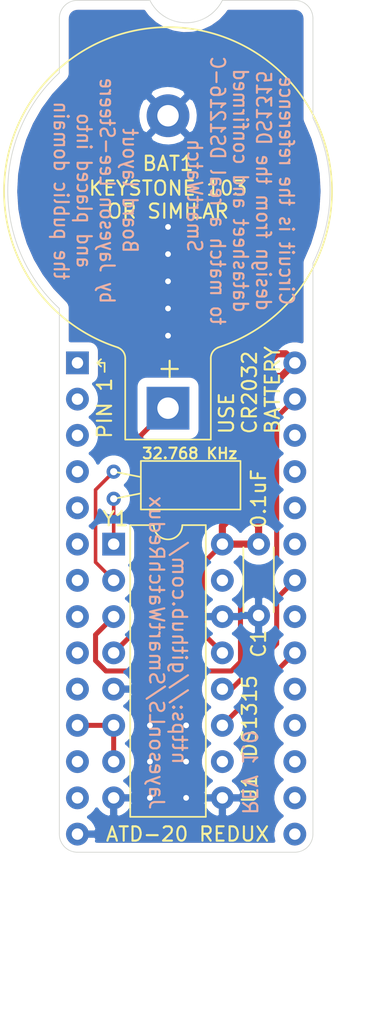
<source format=kicad_pcb>
(kicad_pcb (version 20171130) (host pcbnew "(5.1.7)-1")

  (general
    (thickness 1.6)
    (drawings 28)
    (tracks 93)
    (zones 0)
    (modules 5)
    (nets 34)
  )

  (page A4)
  (layers
    (0 F.Cu signal)
    (31 B.Cu signal)
    (32 B.Adhes user)
    (33 F.Adhes user)
    (34 B.Paste user)
    (35 F.Paste user)
    (36 B.SilkS user)
    (37 F.SilkS user)
    (38 B.Mask user)
    (39 F.Mask user)
    (40 Dwgs.User user)
    (41 Cmts.User user)
    (42 Eco1.User user)
    (43 Eco2.User user)
    (44 Edge.Cuts user)
    (45 Margin user)
    (46 B.CrtYd user)
    (47 F.CrtYd user)
    (48 B.Fab user)
    (49 F.Fab user)
  )

  (setup
    (last_trace_width 0.35)
    (user_trace_width 0.25)
    (user_trace_width 0.35)
    (user_trace_width 0.5)
    (user_trace_width 1)
    (trace_clearance 0.25)
    (zone_clearance 0.635)
    (zone_45_only no)
    (trace_min 0.2)
    (via_size 0.8)
    (via_drill 0.4)
    (via_min_size 0.4)
    (via_min_drill 0.3)
    (uvia_size 0.3)
    (uvia_drill 0.1)
    (uvias_allowed no)
    (uvia_min_size 0.2)
    (uvia_min_drill 0.1)
    (edge_width 0.05)
    (segment_width 0.2)
    (pcb_text_width 0.3)
    (pcb_text_size 1.5 1.5)
    (mod_edge_width 0.12)
    (mod_text_size 1 1)
    (mod_text_width 0.15)
    (pad_size 1.6 1.6)
    (pad_drill 0.8)
    (pad_to_mask_clearance 0)
    (aux_axis_origin 0 0)
    (visible_elements 7FFFFFFF)
    (pcbplotparams
      (layerselection 0x010f0_ffffffff)
      (usegerberextensions true)
      (usegerberattributes true)
      (usegerberadvancedattributes true)
      (creategerberjobfile false)
      (excludeedgelayer true)
      (linewidth 0.100000)
      (plotframeref false)
      (viasonmask false)
      (mode 1)
      (useauxorigin false)
      (hpglpennumber 1)
      (hpglpenspeed 20)
      (hpglpendiameter 15.000000)
      (psnegative false)
      (psa4output false)
      (plotreference true)
      (plotvalue true)
      (plotinvisibletext false)
      (padsonsilk true)
      (subtractmaskfromsilk false)
      (outputformat 1)
      (mirror false)
      (drillshape 0)
      (scaleselection 1)
      (outputdirectory "Gerber"))
  )

  (net 0 "")
  (net 1 "Net-(BAT1-Pad1)")
  (net 2 GND)
  (net 3 VCC)
  (net 4 /XTAL2)
  (net 5 /XTAL1)
  (net 6 /~IOW)
  (net 7 "Net-(J1-Pad13)")
  (net 8 "Net-(J1-Pad26)")
  (net 9 "Net-(J1-Pad12)")
  (net 10 "Net-(J1-Pad25)")
  (net 11 /D0)
  (net 12 "Net-(J1-Pad24)")
  (net 13 "Net-(J1-Pad10)")
  (net 14 "Net-(J1-Pad23)")
  (net 15 "Net-(J1-Pad9)")
  (net 16 /~IOR)
  (net 17 "Net-(J1-Pad8)")
  (net 18 "Net-(J1-Pad21)")
  (net 19 "Net-(J1-Pad7)")
  (net 20 /~CS_RTC)
  (net 21 "Net-(J1-Pad6)")
  (net 22 "Net-(J1-Pad19)")
  (net 23 "Net-(J1-Pad5)")
  (net 24 "Net-(J1-Pad18)")
  (net 25 "Net-(J1-Pad4)")
  (net 26 "Net-(J1-Pad17)")
  (net 27 "Net-(J1-Pad3)")
  (net 28 "Net-(J1-Pad16)")
  (net 29 "Net-(J1-Pad2)")
  (net 30 "Net-(J1-Pad15)")
  (net 31 "Net-(J1-Pad1)")
  (net 32 "Net-(U1-Pad15)")
  (net 33 "Net-(U1-Pad10)")

  (net_class Default "This is the default net class."
    (clearance 0.25)
    (trace_width 0.35)
    (via_dia 0.8)
    (via_drill 0.4)
    (uvia_dia 0.3)
    (uvia_drill 0.1)
    (add_net /D0)
    (add_net /~CS_RTC)
    (add_net /~IOR)
    (add_net /~IOW)
    (add_net "Net-(BAT1-Pad1)")
    (add_net "Net-(J1-Pad1)")
    (add_net "Net-(J1-Pad10)")
    (add_net "Net-(J1-Pad12)")
    (add_net "Net-(J1-Pad13)")
    (add_net "Net-(J1-Pad15)")
    (add_net "Net-(J1-Pad16)")
    (add_net "Net-(J1-Pad17)")
    (add_net "Net-(J1-Pad18)")
    (add_net "Net-(J1-Pad19)")
    (add_net "Net-(J1-Pad2)")
    (add_net "Net-(J1-Pad21)")
    (add_net "Net-(J1-Pad23)")
    (add_net "Net-(J1-Pad24)")
    (add_net "Net-(J1-Pad25)")
    (add_net "Net-(J1-Pad26)")
    (add_net "Net-(J1-Pad3)")
    (add_net "Net-(J1-Pad4)")
    (add_net "Net-(J1-Pad5)")
    (add_net "Net-(J1-Pad6)")
    (add_net "Net-(J1-Pad7)")
    (add_net "Net-(J1-Pad8)")
    (add_net "Net-(J1-Pad9)")
    (add_net "Net-(U1-Pad10)")
    (add_net "Net-(U1-Pad15)")
  )

  (net_class Crystal ""
    (clearance 0.25)
    (trace_width 0.25)
    (via_dia 0.8)
    (via_drill 0.4)
    (uvia_dia 0.3)
    (uvia_drill 0.1)
    (add_net /XTAL1)
    (add_net /XTAL2)
  )

  (net_class Power ""
    (clearance 0.25)
    (trace_width 0.5)
    (via_dia 0.8)
    (via_drill 0.4)
    (uvia_dia 0.3)
    (uvia_drill 0.1)
    (add_net GND)
    (add_net VCC)
  )

  (module Battery:BatteryHolder_Keystone_103_1x20mm (layer F.Cu) (tedit 5787C32C) (tstamp 606806C1)
    (at 117.475 60.325 90)
    (descr http://www.keyelco.com/product-pdf.cfm?p=719)
    (tags "Keystone type 103 battery holder")
    (path /602E2795)
    (fp_text reference BAT1 (at 17.145 0 180) (layer F.SilkS)
      (effects (font (size 1 1) (thickness 0.15)))
    )
    (fp_text value CR2032 (at 12.7 0 90) (layer F.Fab)
      (effects (font (size 1 1) (thickness 0.15)))
    )
    (fp_line (start 0 -1.3) (end 0 1.3) (layer F.Fab) (width 0.1))
    (fp_line (start 16.2 -1.3) (end 0 -1.3) (layer F.Fab) (width 0.1))
    (fp_line (start 0 1.3) (end 16.2 1.3) (layer F.Fab) (width 0.1))
    (fp_line (start -2.1 -2.5) (end -2.1 2.5) (layer F.Fab) (width 0.1))
    (fp_line (start -1.7 2.9) (end 3.5306 2.9) (layer F.Fab) (width 0.1))
    (fp_line (start 3.5306 -2.9) (end -1.7 -2.9) (layer F.Fab) (width 0.1))
    (fp_line (start 23.5712 -7.7216) (end 22.6314 -6.858) (layer F.Fab) (width 0.1))
    (fp_line (start 23.5712 7.7216) (end 22.6568 6.8834) (layer F.Fab) (width 0.1))
    (fp_line (start -2.2 3) (end 3.5 3) (layer F.SilkS) (width 0.12))
    (fp_line (start -2.2 3) (end -2.2 -3) (layer F.SilkS) (width 0.12))
    (fp_line (start -2.2 -3) (end 3.5 -3) (layer F.SilkS) (width 0.12))
    (fp_line (start -2.45 3.25) (end -2.45 -3.25) (layer F.CrtYd) (width 0.05))
    (fp_line (start -2.45 3.25) (end 3.5 3.25) (layer F.CrtYd) (width 0.05))
    (fp_line (start -2.45 -3.25) (end 3.5 -3.25) (layer F.CrtYd) (width 0.05))
    (fp_arc (start -1.7 -2.5) (end -2.1 -2.5) (angle 90) (layer F.Fab) (width 0.1))
    (fp_arc (start -1.7 2.5) (end -2.1 2.5) (angle -90) (layer F.Fab) (width 0.1))
    (fp_arc (start 16.2 0) (end 16.2 -1.3) (angle 180) (layer F.Fab) (width 0.1))
    (fp_arc (start 3.5 -3.8) (end 3.5 -2.9) (angle -70) (layer F.Fab) (width 0.1))
    (fp_arc (start 15.2 0) (end 5.2 -1.3) (angle 180) (layer F.Fab) (width 0.1))
    (fp_arc (start 15.2 0) (end 9 -1.3) (angle 170) (layer F.Fab) (width 0.1))
    (fp_arc (start 15.2 0) (end 13.3 -1.3) (angle 150) (layer F.Fab) (width 0.1))
    (fp_arc (start 15.2 0) (end 13.3 1.3) (angle -150) (layer F.Fab) (width 0.1))
    (fp_arc (start 15.2 0) (end 9 1.3) (angle -170) (layer F.Fab) (width 0.1))
    (fp_arc (start 15.2 0) (end 5.2 1.3) (angle -180) (layer F.Fab) (width 0.1))
    (fp_arc (start 15.2 0) (end 4.35 -3.5) (angle 162.5) (layer F.Fab) (width 0.1))
    (fp_arc (start 15.2 0) (end 4.35 3.5) (angle -162.5) (layer F.Fab) (width 0.1))
    (fp_arc (start 3.5 3.8) (end 3.5 2.9) (angle 70) (layer F.Fab) (width 0.1))
    (fp_arc (start 3.5 -3.8) (end 3.5 -3) (angle -70) (layer F.SilkS) (width 0.12))
    (fp_arc (start 15.2 0) (end 4.25 -3.5) (angle 162.5) (layer F.SilkS) (width 0.12))
    (fp_arc (start 3.5 3.8) (end 3.5 3) (angle 70) (layer F.SilkS) (width 0.12))
    (fp_arc (start 15.2 0) (end 4.25 3.5) (angle -162.5) (layer F.SilkS) (width 0.12))
    (fp_arc (start 3.5 -3.8) (end 3.5 -3.25) (angle -70) (layer F.CrtYd) (width 0.05))
    (fp_arc (start 3.5 3.8) (end 3.5 3.25) (angle 70) (layer F.CrtYd) (width 0.05))
    (fp_arc (start 15.2 0) (end 4.01 -3.6) (angle 162.5) (layer F.CrtYd) (width 0.05))
    (fp_arc (start 15.2 0) (end 4.01 3.6) (angle -162.5) (layer F.CrtYd) (width 0.05))
    (fp_text user %R (at 0 0 90) (layer F.Fab)
      (effects (font (size 1 1) (thickness 0.15)))
    )
    (fp_text user + (at 2.75 0 90) (layer F.SilkS)
      (effects (font (size 1.5 1.5) (thickness 0.15)))
    )
    (pad 1 thru_hole rect (at 0 0 90) (size 3 3) (drill 1.5) (layers *.Cu *.Mask)
      (net 1 "Net-(BAT1-Pad1)"))
    (pad 2 thru_hole circle (at 20.49 0 90) (size 3 3) (drill 1.5) (layers *.Cu *.Mask)
      (net 2 GND))
    (model ${KISYS3DMOD}/Battery.3dshapes/BatteryHolder_Keystone_103_1x20mm.wrl
      (at (xyz 0 0 0))
      (scale (xyz 1 1 1))
      (rotate (xyz 0 0 0))
    )
  )

  (module Package_DIP:DIP-28_W15.24mm_Socket (layer F.Cu) (tedit 6048D02C) (tstamp 60680230)
    (at 111.125 57.15)
    (descr "28-lead though-hole mounted DIP package, row spacing 15.24 mm (600 mils), Socket")
    (tags "THT DIP DIL PDIP 2.54mm 15.24mm 600mil Socket")
    (path /60497360)
    (fp_text reference J1 (at 0 -2.54) (layer Eco1.User)
      (effects (font (size 1 1) (thickness 0.15)))
    )
    (fp_text value "RTC Pins" (at 7.62 35.35) (layer F.Fab)
      (effects (font (size 1 1) (thickness 0.15)))
    )
    (fp_text user %R (at -2.54 -2.54) (layer F.Fab)
      (effects (font (size 1 1) (thickness 0.15)))
    )
    (pad 28 thru_hole oval (at 15.24 0) (size 1.6 1.6) (drill 0.8) (layers *.Cu *.Mask)
      (net 3 VCC))
    (pad 14 thru_hole oval (at 0 33.02) (size 1.6 1.6) (drill 0.8) (layers *.Cu *.Mask)
      (net 2 GND))
    (pad 27 thru_hole oval (at 15.24 2.54) (size 1.6 1.6) (drill 0.8) (layers *.Cu *.Mask)
      (net 6 /~IOW))
    (pad 13 thru_hole oval (at 0 30.48) (size 1.6 1.6) (drill 0.8) (layers *.Cu *.Mask)
      (net 7 "Net-(J1-Pad13)"))
    (pad 26 thru_hole oval (at 15.24 5.08) (size 1.6 1.6) (drill 0.8) (layers *.Cu *.Mask)
      (net 8 "Net-(J1-Pad26)"))
    (pad 12 thru_hole oval (at 0 27.94) (size 1.6 1.6) (drill 0.8) (layers *.Cu *.Mask)
      (net 9 "Net-(J1-Pad12)"))
    (pad 25 thru_hole oval (at 15.24 7.62) (size 1.6 1.6) (drill 0.8) (layers *.Cu *.Mask)
      (net 10 "Net-(J1-Pad25)"))
    (pad 11 thru_hole oval (at 0 25.4) (size 1.6 1.6) (drill 0.8) (layers *.Cu *.Mask)
      (net 11 /D0))
    (pad 24 thru_hole oval (at 15.24 10.16) (size 1.6 1.6) (drill 0.8) (layers *.Cu *.Mask)
      (net 12 "Net-(J1-Pad24)"))
    (pad 10 thru_hole oval (at 0 22.86) (size 1.6 1.6) (drill 0.8) (layers *.Cu *.Mask)
      (net 13 "Net-(J1-Pad10)"))
    (pad 23 thru_hole oval (at 15.24 12.7) (size 1.6 1.6) (drill 0.8) (layers *.Cu *.Mask)
      (net 14 "Net-(J1-Pad23)"))
    (pad 9 thru_hole oval (at 0 20.32) (size 1.6 1.6) (drill 0.8) (layers *.Cu *.Mask)
      (net 15 "Net-(J1-Pad9)"))
    (pad 22 thru_hole oval (at 15.24 15.24) (size 1.6 1.6) (drill 0.8) (layers *.Cu *.Mask)
      (net 16 /~IOR))
    (pad 8 thru_hole oval (at 0 17.78) (size 1.6 1.6) (drill 0.8) (layers *.Cu *.Mask)
      (net 17 "Net-(J1-Pad8)"))
    (pad 21 thru_hole oval (at 15.24 17.78) (size 1.6 1.6) (drill 0.8) (layers *.Cu *.Mask)
      (net 18 "Net-(J1-Pad21)"))
    (pad 7 thru_hole oval (at 0 15.24) (size 1.6 1.6) (drill 0.8) (layers *.Cu *.Mask)
      (net 19 "Net-(J1-Pad7)"))
    (pad 20 thru_hole oval (at 15.24 20.32) (size 1.6 1.6) (drill 0.8) (layers *.Cu *.Mask)
      (net 20 /~CS_RTC))
    (pad 6 thru_hole oval (at 0 12.7) (size 1.6 1.6) (drill 0.8) (layers *.Cu *.Mask)
      (net 21 "Net-(J1-Pad6)"))
    (pad 19 thru_hole oval (at 15.24 22.86) (size 1.6 1.6) (drill 0.8) (layers *.Cu *.Mask)
      (net 22 "Net-(J1-Pad19)"))
    (pad 5 thru_hole oval (at 0 10.16) (size 1.6 1.6) (drill 0.8) (layers *.Cu *.Mask)
      (net 23 "Net-(J1-Pad5)"))
    (pad 18 thru_hole oval (at 15.24 25.4) (size 1.6 1.6) (drill 0.8) (layers *.Cu *.Mask)
      (net 24 "Net-(J1-Pad18)"))
    (pad 4 thru_hole oval (at 0 7.62) (size 1.6 1.6) (drill 0.8) (layers *.Cu *.Mask)
      (net 25 "Net-(J1-Pad4)"))
    (pad 17 thru_hole oval (at 15.24 27.94) (size 1.6 1.6) (drill 0.8) (layers *.Cu *.Mask)
      (net 26 "Net-(J1-Pad17)"))
    (pad 3 thru_hole oval (at 0 5.08) (size 1.6 1.6) (drill 0.8) (layers *.Cu *.Mask)
      (net 27 "Net-(J1-Pad3)"))
    (pad 16 thru_hole oval (at 15.24 30.48) (size 1.6 1.6) (drill 0.8) (layers *.Cu *.Mask)
      (net 28 "Net-(J1-Pad16)"))
    (pad 2 thru_hole oval (at 0 2.54) (size 1.6 1.6) (drill 0.8) (layers *.Cu *.Mask)
      (net 29 "Net-(J1-Pad2)"))
    (pad 15 thru_hole oval (at 15.24 33.02) (size 1.6 1.6) (drill 0.8) (layers *.Cu *.Mask)
      (net 30 "Net-(J1-Pad15)"))
    (pad 1 thru_hole rect (at 0 0) (size 1.6 1.6) (drill 0.8) (layers *.Cu *.Mask)
      (net 31 "Net-(J1-Pad1)"))
    (model ${KISYS3DMOD}/Connector_PinHeader_2.54mm.3dshapes/PinHeader_1x14_P2.54mm_Vertical.wrl
      (offset (xyz 0 0 -1.6))
      (scale (xyz 1 1 1))
      (rotate (xyz 0 180 0))
    )
    (model ${KISYS3DMOD}/Connector_PinHeader_2.54mm.3dshapes/PinHeader_1x14_P2.54mm_Vertical.wrl
      (offset (xyz 15.24 0 -1.6))
      (scale (xyz 1 1 1))
      (rotate (xyz 0 180 0))
    )
  )

  (module Capacitor_THT:C_Disc_D4.3mm_W1.9mm_P5.00mm (layer F.Cu) (tedit 6048D7AB) (tstamp 6048F806)
    (at 123.825 69.85 270)
    (descr "C, Disc series, Radial, pin pitch=5.00mm, , diameter*width=4.3*1.9mm^2, Capacitor, http://www.vishay.com/docs/45233/krseries.pdf")
    (tags "C Disc series Radial pin pitch 5.00mm  diameter 4.3mm width 1.9mm Capacitor")
    (path /603370E2)
    (fp_text reference C1 (at 6.985 0 90) (layer F.SilkS)
      (effects (font (size 1 1) (thickness 0.15)))
    )
    (fp_text value 0.1uF (at -3.175 0 90) (layer F.SilkS)
      (effects (font (size 1 1) (thickness 0.15)))
    )
    (fp_line (start 6.05 -1.2) (end -1.05 -1.2) (layer F.CrtYd) (width 0.05))
    (fp_line (start 6.05 1.2) (end 6.05 -1.2) (layer F.CrtYd) (width 0.05))
    (fp_line (start -1.05 1.2) (end 6.05 1.2) (layer F.CrtYd) (width 0.05))
    (fp_line (start -1.05 -1.2) (end -1.05 1.2) (layer F.CrtYd) (width 0.05))
    (fp_line (start 4.77 1.055) (end 4.77 1.07) (layer F.SilkS) (width 0.12))
    (fp_line (start 4.77 -1.07) (end 4.77 -1.055) (layer F.SilkS) (width 0.12))
    (fp_line (start 0.23 1.055) (end 0.23 1.07) (layer F.SilkS) (width 0.12))
    (fp_line (start 0.23 -1.07) (end 0.23 -1.055) (layer F.SilkS) (width 0.12))
    (fp_line (start 0.23 1.07) (end 4.77 1.07) (layer F.SilkS) (width 0.12))
    (fp_line (start 0.23 -1.07) (end 4.77 -1.07) (layer F.SilkS) (width 0.12))
    (fp_line (start 4.65 -0.95) (end 0.35 -0.95) (layer F.Fab) (width 0.1))
    (fp_line (start 4.65 0.95) (end 4.65 -0.95) (layer F.Fab) (width 0.1))
    (fp_line (start 0.35 0.95) (end 4.65 0.95) (layer F.Fab) (width 0.1))
    (fp_line (start 0.35 -0.95) (end 0.35 0.95) (layer F.Fab) (width 0.1))
    (fp_text user %R (at 2.5 0 90) (layer F.Fab)
      (effects (font (size 0.86 0.86) (thickness 0.129)))
    )
    (pad 2 thru_hole oval (at 5 0 270) (size 1.6 1.6) (drill 0.8) (layers *.Cu *.Mask)
      (net 2 GND))
    (pad 1 thru_hole circle (at 0 0 270) (size 1.6 1.6) (drill 0.8) (layers *.Cu *.Mask)
      (net 3 VCC))
    (model ${KISYS3DMOD}/Capacitor_THT.3dshapes/C_Disc_D4.3mm_W1.9mm_P5.00mm.wrl
      (at (xyz 0 0 0))
      (scale (xyz 1 1 1))
      (rotate (xyz 0 0 0))
    )
  )

  (module Package_DIP:DIP-16_W7.62mm (layer F.Cu) (tedit 5A02E8C5) (tstamp 602B19A6)
    (at 113.665 69.85)
    (descr "16-lead though-hole mounted DIP package, row spacing 7.62 mm (300 mils)")
    (tags "THT DIP DIL PDIP 2.54mm 7.62mm 300mil")
    (path /602D5EFC)
    (fp_text reference U1 (at 9.525 17.145 90) (layer F.SilkS)
      (effects (font (size 1 1) (thickness 0.15)))
    )
    (fp_text value DS1315 (at 9.525 12.065 90) (layer F.SilkS)
      (effects (font (size 1 1) (thickness 0.15)))
    )
    (fp_line (start 8.7 -1.55) (end -1.1 -1.55) (layer F.CrtYd) (width 0.05))
    (fp_line (start 8.7 19.3) (end 8.7 -1.55) (layer F.CrtYd) (width 0.05))
    (fp_line (start -1.1 19.3) (end 8.7 19.3) (layer F.CrtYd) (width 0.05))
    (fp_line (start -1.1 -1.55) (end -1.1 19.3) (layer F.CrtYd) (width 0.05))
    (fp_line (start 6.46 -1.33) (end 4.81 -1.33) (layer F.SilkS) (width 0.12))
    (fp_line (start 6.46 19.11) (end 6.46 -1.33) (layer F.SilkS) (width 0.12))
    (fp_line (start 1.16 19.11) (end 6.46 19.11) (layer F.SilkS) (width 0.12))
    (fp_line (start 1.16 -1.33) (end 1.16 19.11) (layer F.SilkS) (width 0.12))
    (fp_line (start 2.81 -1.33) (end 1.16 -1.33) (layer F.SilkS) (width 0.12))
    (fp_line (start 0.635 -0.27) (end 1.635 -1.27) (layer F.Fab) (width 0.1))
    (fp_line (start 0.635 19.05) (end 0.635 -0.27) (layer F.Fab) (width 0.1))
    (fp_line (start 6.985 19.05) (end 0.635 19.05) (layer F.Fab) (width 0.1))
    (fp_line (start 6.985 -1.27) (end 6.985 19.05) (layer F.Fab) (width 0.1))
    (fp_line (start 1.635 -1.27) (end 6.985 -1.27) (layer F.Fab) (width 0.1))
    (fp_text user %R (at 3.81 8.89) (layer F.Fab)
      (effects (font (size 1 1) (thickness 0.15)))
    )
    (fp_arc (start 3.81 -1.33) (end 2.81 -1.33) (angle -180) (layer F.SilkS) (width 0.12))
    (pad 16 thru_hole oval (at 7.62 0) (size 1.6 1.6) (drill 0.8) (layers *.Cu *.Mask)
      (net 3 VCC))
    (pad 8 thru_hole oval (at 0 17.78) (size 1.6 1.6) (drill 0.8) (layers *.Cu *.Mask)
      (net 2 GND))
    (pad 15 thru_hole oval (at 7.62 2.54) (size 1.6 1.6) (drill 0.8) (layers *.Cu *.Mask)
      (net 32 "Net-(U1-Pad15)"))
    (pad 7 thru_hole oval (at 0 15.24) (size 1.6 1.6) (drill 0.8) (layers *.Cu *.Mask)
      (net 11 /D0))
    (pad 14 thru_hole oval (at 7.62 5.08) (size 1.6 1.6) (drill 0.8) (layers *.Cu *.Mask)
      (net 2 GND))
    (pad 6 thru_hole oval (at 0 12.7) (size 1.6 1.6) (drill 0.8) (layers *.Cu *.Mask)
      (net 11 /D0))
    (pad 13 thru_hole oval (at 7.62 7.62) (size 1.6 1.6) (drill 0.8) (layers *.Cu *.Mask)
      (net 3 VCC))
    (pad 5 thru_hole oval (at 0 10.16) (size 1.6 1.6) (drill 0.8) (layers *.Cu *.Mask)
      (net 2 GND))
    (pad 12 thru_hole oval (at 7.62 10.16) (size 1.6 1.6) (drill 0.8) (layers *.Cu *.Mask)
      (net 16 /~IOR))
    (pad 4 thru_hole oval (at 0 7.62) (size 1.6 1.6) (drill 0.8) (layers *.Cu *.Mask)
      (net 1 "Net-(BAT1-Pad1)"))
    (pad 11 thru_hole oval (at 7.62 12.7) (size 1.6 1.6) (drill 0.8) (layers *.Cu *.Mask)
      (net 20 /~CS_RTC))
    (pad 3 thru_hole oval (at 0 5.08) (size 1.6 1.6) (drill 0.8) (layers *.Cu *.Mask)
      (net 6 /~IOW))
    (pad 10 thru_hole oval (at 7.62 15.24) (size 1.6 1.6) (drill 0.8) (layers *.Cu *.Mask)
      (net 33 "Net-(U1-Pad10)"))
    (pad 2 thru_hole oval (at 0 2.54) (size 1.6 1.6) (drill 0.8) (layers *.Cu *.Mask)
      (net 4 /XTAL2))
    (pad 9 thru_hole oval (at 7.62 17.78) (size 1.6 1.6) (drill 0.8) (layers *.Cu *.Mask)
      (net 2 GND))
    (pad 1 thru_hole rect (at 0 0) (size 1.6 1.6) (drill 0.8) (layers *.Cu *.Mask)
      (net 5 /XTAL1))
    (model ${KISYS3DMOD}/Package_DIP.3dshapes/DIP-16_W7.62mm.wrl
      (at (xyz 0 0 0))
      (scale (xyz 1 1 1))
      (rotate (xyz 0 0 0))
    )
  )

  (module Crystal:Crystal_C38-LF_D3.0mm_L8.0mm_Horizontal (layer F.Cu) (tedit 602AA266) (tstamp 602AFB10)
    (at 113.665 66.675 90)
    (descr "Crystal THT C38-LF 8.0mm length 3.0mm diameter")
    (tags ['C38-LF'])
    (path /602FB912)
    (fp_text reference Y1 (at -1.397 0.127 180) (layer F.SilkS)
      (effects (font (size 1 1) (thickness 0.15)))
    )
    (fp_text value "32.768 KHz" (at 3.175 5.334 180) (layer F.SilkS)
      (effects (font (size 0.75 0.75) (thickness 0.15)))
    )
    (fp_line (start -0.55 2.5) (end -0.55 10.5) (layer F.Fab) (width 0.1))
    (fp_line (start -0.55 10.5) (end 2.45 10.5) (layer F.Fab) (width 0.1))
    (fp_line (start 2.45 10.5) (end 2.45 2.5) (layer F.Fab) (width 0.1))
    (fp_line (start 2.45 2.5) (end -0.55 2.5) (layer F.Fab) (width 0.1))
    (fp_line (start 0.405 2.5) (end 0 1.25) (layer F.Fab) (width 0.1))
    (fp_line (start 0 1.25) (end 0 0) (layer F.Fab) (width 0.1))
    (fp_line (start 1.495 2.5) (end 1.9 1.25) (layer F.Fab) (width 0.1))
    (fp_line (start 1.9 1.25) (end 1.9 0) (layer F.Fab) (width 0.1))
    (fp_line (start -0.75 8.89) (end 2.65 8.89) (layer F.SilkS) (width 0.12))
    (fp_line (start 2.65 1.905) (end -0.75 1.905) (layer F.SilkS) (width 0.12))
    (fp_line (start -1.3 -0.8) (end -1.3 11.3) (layer F.CrtYd) (width 0.05))
    (fp_line (start -1.3 11.3) (end 3.2 11.3) (layer F.CrtYd) (width 0.05))
    (fp_line (start 3.2 11.3) (end 3.2 -0.8) (layer F.CrtYd) (width 0.05))
    (fp_line (start 3.2 -0.8) (end -1.3 -0.8) (layer F.CrtYd) (width 0.05))
    (fp_line (start 2.65 8.89) (end 2.65 1.905) (layer F.SilkS) (width 0.12))
    (fp_line (start -0.75 1.905) (end -0.75 8.89) (layer F.SilkS) (width 0.12))
    (fp_line (start 0 0) (end 0.381 1.905) (layer F.SilkS) (width 0.12))
    (fp_line (start 1.905 0) (end 1.524 1.905) (layer F.SilkS) (width 0.12))
    (fp_text user %R (at 1.25 6.5 180) (layer F.Fab)
      (effects (font (size 0.7 0.7) (thickness 0.105)))
    )
    (pad 1 thru_hole circle (at 0 0 90) (size 1 1) (drill 0.5) (layers *.Cu *.Mask)
      (net 5 /XTAL1))
    (pad 2 thru_hole circle (at 1.9 0 90) (size 1 1) (drill 0.5) (layers *.Cu *.Mask)
      (net 4 /XTAL2))
    (model ${KISYS3DMOD}/Crystal.3dshapes/Crystal_C26-LF_D2.1mm_L6.5mm_Horizontal_1EP_style1.wrl
      (at (xyz 0 0 0))
      (scale (xyz 1 1 1))
      (rotate (xyz 0 0 0))
    )
  )

  (gr_text "Board layout\nby Jayeson Lee-Steere\nand placed into\nthe public domain" (at 112.395 45.085 270) (layer B.SilkS) (tstamp 60681D7E)
    (effects (font (size 1 0.9) (thickness 0.15)) (justify mirror))
  )
  (gr_line (start 127.634999 40.005) (end 127.635 33.02) (layer Edge.Cuts) (width 0.05) (tstamp 606811CE))
  (gr_line (start 109.855 33.02) (end 109.855 36.83) (layer Edge.Cuts) (width 0.05))
  (gr_line (start 113.03 57.15) (end 113.03 57.785) (layer F.SilkS) (width 0.12))
  (gr_line (start 112.522 57.15) (end 113.03 57.15) (layer F.SilkS) (width 0.12))
  (gr_text "https://github.com/\nJayesonLS/SmartWatchRedux" (at 117.475 77.47 -90) (layer B.SilkS)
    (effects (font (size 1 1) (thickness 0.15)) (justify mirror))
  )
  (gr_line (start 127.634999 50.164999) (end 127.635 53.34) (layer Edge.Cuts) (width 0.05) (tstamp 60680A3D))
  (gr_arc (start 117.475 45.085) (end 127.634999 50.164999) (angle -53.13010235) (layer Edge.Cuts) (width 0.05))
  (gr_arc (start 117.475 45.085) (end 109.855001 36.830001) (angle -94.58122009) (layer Edge.Cuts) (width 0.05))
  (gr_line (start 109.855 90.17) (end 109.855001 53.339999) (layer Edge.Cuts) (width 0.05) (tstamp 60680856))
  (gr_line (start 127.635 53.34) (end 127.635 90.17) (layer Edge.Cuts) (width 0.05) (tstamp 60680855))
  (gr_line (start 126.365 91.44) (end 111.125 91.44) (layer Edge.Cuts) (width 0.05) (tstamp 60680852))
  (gr_arc (start 126.365 90.17) (end 126.365 91.44) (angle -90) (layer Edge.Cuts) (width 0.05))
  (gr_arc (start 111.125 90.17) (end 109.855 90.17) (angle -90) (layer Edge.Cuts) (width 0.05))
  (gr_line (start 121.284999 31.75) (end 126.365 31.75) (layer Edge.Cuts) (width 0.05) (tstamp 60680838))
  (gr_line (start 111.125 31.75) (end 116.205 31.75) (layer Edge.Cuts) (width 0.05))
  (gr_arc (start 111.125 33.02) (end 111.125 31.75) (angle -90) (layer Edge.Cuts) (width 0.05))
  (gr_arc (start 126.365 33.02) (end 127.635 33.02) (angle -90) (layer Edge.Cuts) (width 0.05))
  (gr_arc (start 118.744999 30.480001) (end 116.205 31.75) (angle -126.8698976) (layer Edge.Cuts) (width 0.05))
  (gr_line (start 112.522 57.15) (end 112.776 57.404) (layer F.SilkS) (width 0.12))
  (gr_line (start 112.776 56.896) (end 112.522 57.15) (layer F.SilkS) (width 0.12) (tstamp 604A34E2))
  (gr_line (start 112.522 57.15) (end 112.776 56.896) (layer F.SilkS) (width 0.12))
  (gr_text "PIN 1" (at 113.03 60.325 90) (layer F.SilkS)
    (effects (font (size 1 1) (thickness 0.15)))
  )
  (gr_text "REV 1.0" (at 123.19 88.9 270) (layer B.SilkS) (tstamp 60491DC6)
    (effects (font (size 1 1) (thickness 0.15)) (justify left mirror))
  )
  (gr_text "Circuit is the reference\ndesign from the DS1315\ndatasheet and confirmed\nto match a real DS1216-C\nSmartWatch " (at 122.555 45.085 270) (layer B.SilkS)
    (effects (font (size 1 0.9) (thickness 0.15)) (justify mirror))
  )
  (gr_text "ATD-20 REDUX" (at 113.03 90.17) (layer F.SilkS)
    (effects (font (size 1 1) (thickness 0.15)) (justify left))
  )
  (gr_text "USE\nCR2032\nBATTERY" (at 123.19 62.23 90) (layer F.SilkS)
    (effects (font (size 1 1) (thickness 0.15)) (justify left))
  )
  (gr_text "KEYSTONE 103\nOR SIMILAR" (at 117.475 45.72) (layer F.SilkS)
    (effects (font (size 1 1) (thickness 0.15)))
  )

  (segment (start 115.57 75.565) (end 113.665 77.47) (width 0.35) (layer F.Cu) (net 1))
  (segment (start 115.57 62.23) (end 115.57 75.565) (width 0.35) (layer F.Cu) (net 1))
  (segment (start 117.475 60.325) (end 115.57 62.23) (width 0.35) (layer F.Cu) (net 1))
  (via (at 117.475 47.625) (size 0.8) (drill 0.4) (layers F.Cu B.Cu) (net 2))
  (via (at 117.475 49.53) (size 0.8) (drill 0.4) (layers F.Cu B.Cu) (net 2))
  (segment (start 117.475 47.625) (end 117.475 49.53) (width 0.5) (layer F.Cu) (net 2))
  (via (at 117.475 51.435) (size 0.8) (drill 0.4) (layers F.Cu B.Cu) (net 2))
  (segment (start 117.475 49.53) (end 117.475 51.435) (width 0.5) (layer F.Cu) (net 2))
  (via (at 117.475 53.34) (size 0.8) (drill 0.4) (layers F.Cu B.Cu) (net 2))
  (segment (start 117.475 51.435) (end 117.475 53.34) (width 0.5) (layer F.Cu) (net 2))
  (via (at 117.475 55.245) (size 0.8) (drill 0.4) (layers F.Cu B.Cu) (net 2))
  (segment (start 117.475 53.34) (end 117.475 55.245) (width 0.5) (layer F.Cu) (net 2))
  (segment (start 117.475 39.835) (end 114.935 42.375) (width 0.5) (layer B.Cu) (net 2))
  (segment (start 114.935 42.375) (end 114.935 42.545) (width 0.5) (layer B.Cu) (net 2))
  (segment (start 117.475 45.085) (end 117.475 47.625) (width 0.5) (layer B.Cu) (net 2))
  (segment (start 114.935 42.545) (end 117.475 45.085) (width 0.5) (layer B.Cu) (net 2))
  (segment (start 111.125 90.17) (end 113.665 90.17) (width 0.5) (layer F.Cu) (net 2))
  (segment (start 113.665 87.63) (end 113.665 90.17) (width 0.5) (layer F.Cu) (net 2))
  (segment (start 113.665 90.17) (end 116.205 90.17) (width 0.5) (layer F.Cu) (net 2))
  (via (at 116.205 87.63) (size 0.8) (drill 0.4) (layers F.Cu B.Cu) (net 2))
  (segment (start 116.205 90.17) (end 116.205 87.63) (width 0.5) (layer F.Cu) (net 2))
  (via (at 116.205 85.09) (size 0.8) (drill 0.4) (layers F.Cu B.Cu) (net 2))
  (segment (start 116.205 87.63) (end 116.205 85.09) (width 0.5) (layer F.Cu) (net 2))
  (via (at 116.205 82.55) (size 0.8) (drill 0.4) (layers F.Cu B.Cu) (net 2))
  (segment (start 116.205 85.09) (end 116.205 82.55) (width 0.5) (layer F.Cu) (net 2))
  (via (at 118.745 82.55) (size 0.8) (drill 0.4) (layers F.Cu B.Cu) (net 2))
  (segment (start 116.205 82.55) (end 118.745 82.55) (width 0.5) (layer F.Cu) (net 2))
  (via (at 118.745 85.09) (size 0.8) (drill 0.4) (layers F.Cu B.Cu) (net 2))
  (segment (start 118.745 82.55) (end 118.745 85.09) (width 0.5) (layer F.Cu) (net 2))
  (via (at 118.745 87.63) (size 0.8) (drill 0.4) (layers F.Cu B.Cu) (net 2))
  (segment (start 118.745 85.09) (end 118.745 87.63) (width 0.5) (layer F.Cu) (net 2))
  (segment (start 121.285 69.85) (end 123.825 69.85) (width 0.5) (layer F.Cu) (net 3))
  (segment (start 119.980009 76.165009) (end 121.285 77.47) (width 0.35) (layer F.Cu) (net 3))
  (segment (start 119.980009 71.154991) (end 119.980009 76.165009) (width 0.35) (layer F.Cu) (net 3))
  (segment (start 121.285 69.85) (end 119.980009 71.154991) (width 0.35) (layer F.Cu) (net 3))
  (segment (start 123.825 67.945) (end 123.825 59.69) (width 0.5) (layer F.Cu) (net 3))
  (segment (start 126.365 57.15) (end 125.73 56.515) (width 0.5) (layer F.Cu) (net 3))
  (segment (start 125.73 56.515) (end 125.095 56.515) (width 0.5) (layer F.Cu) (net 3))
  (segment (start 121.285 69.85) (end 121.285 68.58) (width 0.5) (layer F.Cu) (net 3))
  (segment (start 122.555 67.31) (end 122.555 59.055) (width 0.5) (layer F.Cu) (net 3))
  (segment (start 122.555 59.055) (end 123.825 57.785) (width 0.5) (layer F.Cu) (net 3))
  (segment (start 121.285 68.58) (end 121.92 67.945) (width 0.5) (layer F.Cu) (net 3))
  (segment (start 121.92 67.945) (end 122.555 67.31) (width 0.5) (layer F.Cu) (net 3))
  (segment (start 123.19 67.945) (end 123.825 67.945) (width 0.5) (layer F.Cu) (net 3))
  (segment (start 123.825 69.85) (end 123.825 68.58) (width 0.5) (layer F.Cu) (net 3))
  (segment (start 123.825 68.58) (end 123.19 67.945) (width 0.5) (layer F.Cu) (net 3))
  (segment (start 123.825 68.58) (end 123.825 67.945) (width 0.5) (layer F.Cu) (net 3))
  (segment (start 122.555 67.31) (end 122.555 67.945) (width 0.5) (layer F.Cu) (net 3))
  (segment (start 122.555 67.945) (end 123.19 67.945) (width 0.5) (layer F.Cu) (net 3))
  (segment (start 121.92 67.945) (end 122.555 67.945) (width 0.5) (layer F.Cu) (net 3))
  (segment (start 123.19 67.31) (end 123.19 59.055) (width 1) (layer F.Cu) (net 3))
  (segment (start 123.825 67.945) (end 123.19 67.31) (width 0.5) (layer F.Cu) (net 3))
  (segment (start 122.555 67.945) (end 123.19 67.31) (width 0.5) (layer F.Cu) (net 3))
  (segment (start 123.825 58.42) (end 123.19 59.055) (width 0.5) (layer F.Cu) (net 3))
  (segment (start 123.825 57.785) (end 123.825 58.42) (width 0.5) (layer F.Cu) (net 3))
  (segment (start 124.46 59.055) (end 123.825 59.055) (width 0.5) (layer F.Cu) (net 3))
  (segment (start 123.825 59.055) (end 123.825 57.785) (width 0.5) (layer F.Cu) (net 3))
  (segment (start 123.825 59.69) (end 123.825 59.055) (width 0.5) (layer F.Cu) (net 3))
  (segment (start 124.46 59.055) (end 123.825 59.69) (width 0.5) (layer F.Cu) (net 3))
  (segment (start 125.4125 58.1025) (end 124.7775 58.1025) (width 0.5) (layer F.Cu) (net 3))
  (segment (start 126.365 57.15) (end 125.4125 58.1025) (width 0.5) (layer F.Cu) (net 3))
  (segment (start 124.7775 58.1025) (end 124.46 57.785) (width 0.5) (layer F.Cu) (net 3))
  (segment (start 124.46 57.785) (end 124.46 57.15) (width 0.5) (layer F.Cu) (net 3))
  (segment (start 125.095 56.515) (end 124.46 57.15) (width 0.5) (layer F.Cu) (net 3))
  (segment (start 125.095 58.42) (end 124.46 58.42) (width 0.5) (layer F.Cu) (net 3))
  (segment (start 124.46 58.42) (end 124.46 59.055) (width 0.5) (layer F.Cu) (net 3))
  (segment (start 124.46 57.785) (end 124.46 58.42) (width 0.5) (layer F.Cu) (net 3))
  (segment (start 125.4125 58.1025) (end 125.095 58.42) (width 0.5) (layer F.Cu) (net 3))
  (segment (start 125.095 58.42) (end 124.46 59.055) (width 0.5) (layer F.Cu) (net 3))
  (segment (start 124.1425 58.7375) (end 123.825 59.055) (width 0.5) (layer F.Cu) (net 3))
  (segment (start 124.1425 57.4675) (end 124.1425 58.7375) (width 0.5) (layer F.Cu) (net 3))
  (segment (start 124.46 57.15) (end 124.1425 57.4675) (width 0.5) (layer F.Cu) (net 3))
  (segment (start 124.1425 57.4675) (end 123.825 57.785) (width 0.5) (layer F.Cu) (net 3))
  (segment (start 112.395 71.12) (end 113.665 72.39) (width 0.25) (layer F.Cu) (net 4))
  (segment (start 112.395 66.045) (end 112.395 71.12) (width 0.25) (layer F.Cu) (net 4))
  (segment (start 113.665 64.775) (end 112.395 66.045) (width 0.25) (layer F.Cu) (net 4))
  (segment (start 113.665 69.85) (end 113.665 66.675) (width 0.25) (layer F.Cu) (net 5))
  (segment (start 112.395 76.2) (end 113.665 74.93) (width 0.35) (layer F.Cu) (net 6))
  (segment (start 112.395 78.013002) (end 112.395 76.2) (width 0.35) (layer F.Cu) (net 6))
  (segment (start 113.121998 78.74) (end 112.395 78.013002) (width 0.35) (layer F.Cu) (net 6))
  (segment (start 122.555 78.103) (end 121.918 78.74) (width 0.35) (layer F.Cu) (net 6))
  (segment (start 121.918 78.74) (end 113.121998 78.74) (width 0.35) (layer F.Cu) (net 6))
  (segment (start 122.555 73.665999) (end 122.555 78.103) (width 0.35) (layer F.Cu) (net 6))
  (segment (start 125.095 71.125999) (end 122.555 73.665999) (width 0.35) (layer F.Cu) (net 6))
  (segment (start 125.095 60.96) (end 125.095 71.125999) (width 0.35) (layer F.Cu) (net 6))
  (segment (start 126.365 59.69) (end 125.095 60.96) (width 0.35) (layer F.Cu) (net 6))
  (segment (start 111.125 82.55) (end 113.665 82.55) (width 0.35) (layer F.Cu) (net 11))
  (segment (start 113.665 85.09) (end 113.665 82.55) (width 0.35) (layer F.Cu) (net 11))
  (segment (start 121.92 80.01) (end 121.285 80.01) (width 0.35) (layer F.Cu) (net 16))
  (segment (start 125.095 76.835) (end 121.92 80.01) (width 0.35) (layer F.Cu) (net 16))
  (segment (start 125.095 73.66) (end 125.095 76.835) (width 0.35) (layer F.Cu) (net 16))
  (segment (start 126.365 72.39) (end 125.095 73.66) (width 0.35) (layer F.Cu) (net 16))
  (segment (start 126.365 77.47) (end 121.285 82.55) (width 0.35) (layer F.Cu) (net 20))

  (zone (net 2) (net_name GND) (layer B.Cu) (tstamp 602BD1E8) (hatch edge 0.508)
    (connect_pads (clearance 0.635))
    (min_thickness 0.254)
    (fill yes (arc_segments 32) (thermal_gap 0.508) (thermal_bridge_width 0.508))
    (polygon
      (pts
        (xy 106.045 32.385) (xy 131.445 32.385) (xy 131.445 103.505) (xy 106.045 103.505)
      )
    )
    (filled_polygon
      (pts
        (xy 115.977948 32.820047) (xy 116.025177 32.873553) (xy 116.071606 32.927655) (xy 116.079587 32.935194) (xy 116.079592 32.935199)
        (xy 116.079597 32.935203) (xy 116.485165 33.312938) (xy 116.541875 33.356242) (xy 116.597938 33.400303) (xy 116.607237 33.406152)
        (xy 116.60724 33.406154) (xy 116.607243 33.406155) (xy 117.078456 33.697922) (xy 117.142487 33.729381) (xy 117.206051 33.76172)
        (xy 117.216307 33.76565) (xy 117.216311 33.765652) (xy 117.216314 33.765653) (xy 117.735226 33.960337) (xy 117.804131 33.978756)
        (xy 117.872783 33.998137) (xy 117.883609 34.000001) (xy 117.883613 34.000001) (xy 118.430458 34.090188) (xy 118.501712 34.094877)
        (xy 118.572736 34.100548) (xy 118.583711 34.100273) (xy 118.583722 34.100274) (xy 118.583732 34.100273) (xy 119.13767 34.082527)
        (xy 119.208417 34.073295) (xy 119.279253 34.065055) (xy 119.289968 34.062654) (xy 119.289974 34.062653) (xy 119.289979 34.062651)
        (xy 119.829927 33.937647) (xy 119.897522 33.914853) (xy 119.965419 33.893008) (xy 119.97547 33.888568) (xy 120.480859 33.661066)
        (xy 120.542786 33.62555) (xy 120.605099 33.59096) (xy 120.614092 33.584656) (xy 120.614097 33.584653) (xy 120.614101 33.584649)
        (xy 121.065671 33.263321) (xy 121.119497 33.216473) (xy 121.17393 33.170417) (xy 121.181531 33.162481) (xy 121.56209 32.759558)
        (xy 121.605768 32.703178) (xy 121.650241 32.647398) (xy 121.656155 32.638137) (xy 121.719758 32.537) (xy 126.326509 32.537)
        (xy 126.458081 32.549901) (xy 126.54762 32.576935) (xy 126.6302 32.620843) (xy 126.702678 32.679954) (xy 126.762297 32.752021)
        (xy 126.80678 32.83429) (xy 126.834438 32.92364) (xy 126.848001 33.052684) (xy 126.847999 40.043653) (xy 126.859387 40.159278)
        (xy 126.904389 40.307628) (xy 126.925015 40.346217) (xy 127.416864 41.492955) (xy 127.768052 42.677403) (xy 127.978655 43.894753)
        (xy 128.045789 45.128345) (xy 127.96854 46.361348) (xy 127.747963 47.576923) (xy 127.386599 48.760004) (xy 126.925774 49.822362)
        (xy 126.904389 49.862371) (xy 126.859387 50.010721) (xy 126.847999 50.126346) (xy 126.848001 53.301337) (xy 126.848 53.301347)
        (xy 126.848 55.659369) (xy 126.820619 55.648027) (xy 126.518844 55.588) (xy 126.211156 55.588) (xy 125.909381 55.648027)
        (xy 125.625115 55.765773) (xy 125.369283 55.936715) (xy 125.151715 56.154283) (xy 124.980773 56.410115) (xy 124.863027 56.694381)
        (xy 124.803 56.996156) (xy 124.803 57.303844) (xy 124.863027 57.605619) (xy 124.980773 57.889885) (xy 125.151715 58.145717)
        (xy 125.369283 58.363285) (xy 125.454163 58.42) (xy 125.369283 58.476715) (xy 125.151715 58.694283) (xy 124.980773 58.950115)
        (xy 124.863027 59.234381) (xy 124.803 59.536156) (xy 124.803 59.843844) (xy 124.863027 60.145619) (xy 124.980773 60.429885)
        (xy 125.151715 60.685717) (xy 125.369283 60.903285) (xy 125.454163 60.96) (xy 125.369283 61.016715) (xy 125.151715 61.234283)
        (xy 124.980773 61.490115) (xy 124.863027 61.774381) (xy 124.803 62.076156) (xy 124.803 62.383844) (xy 124.863027 62.685619)
        (xy 124.980773 62.969885) (xy 125.151715 63.225717) (xy 125.369283 63.443285) (xy 125.454163 63.5) (xy 125.369283 63.556715)
        (xy 125.151715 63.774283) (xy 124.980773 64.030115) (xy 124.863027 64.314381) (xy 124.803 64.616156) (xy 124.803 64.923844)
        (xy 124.863027 65.225619) (xy 124.980773 65.509885) (xy 125.151715 65.765717) (xy 125.369283 65.983285) (xy 125.454163 66.04)
        (xy 125.369283 66.096715) (xy 125.151715 66.314283) (xy 124.980773 66.570115) (xy 124.863027 66.854381) (xy 124.803 67.156156)
        (xy 124.803 67.463844) (xy 124.863027 67.765619) (xy 124.980773 68.049885) (xy 125.151715 68.305717) (xy 125.369283 68.523285)
        (xy 125.454163 68.58) (xy 125.369283 68.636715) (xy 125.151715 68.854283) (xy 125.095 68.939163) (xy 125.038285 68.854283)
        (xy 124.820717 68.636715) (xy 124.564885 68.465773) (xy 124.280619 68.348027) (xy 123.978844 68.288) (xy 123.671156 68.288)
        (xy 123.369381 68.348027) (xy 123.085115 68.465773) (xy 122.829283 68.636715) (xy 122.611715 68.854283) (xy 122.555 68.939163)
        (xy 122.498285 68.854283) (xy 122.280717 68.636715) (xy 122.024885 68.465773) (xy 121.740619 68.348027) (xy 121.438844 68.288)
        (xy 121.131156 68.288) (xy 120.829381 68.348027) (xy 120.545115 68.465773) (xy 120.289283 68.636715) (xy 120.071715 68.854283)
        (xy 119.900773 69.110115) (xy 119.783027 69.394381) (xy 119.723 69.696156) (xy 119.723 70.003844) (xy 119.783027 70.305619)
        (xy 119.900773 70.589885) (xy 120.071715 70.845717) (xy 120.289283 71.063285) (xy 120.374163 71.12) (xy 120.289283 71.176715)
        (xy 120.071715 71.394283) (xy 119.900773 71.650115) (xy 119.783027 71.934381) (xy 119.723 72.236156) (xy 119.723 72.543844)
        (xy 119.783027 72.845619) (xy 119.900773 73.129885) (xy 120.071715 73.385717) (xy 120.289283 73.603285) (xy 120.493275 73.739588)
        (xy 120.429869 73.777615) (xy 120.221481 73.966586) (xy 120.053963 74.19258) (xy 119.933754 74.446913) (xy 119.893096 74.580961)
        (xy 120.015085 74.803) (xy 121.158 74.803) (xy 121.158 74.783) (xy 121.412 74.783) (xy 121.412 74.803)
        (xy 122.554915 74.803) (xy 122.598867 74.723) (xy 123.698 74.723) (xy 123.698 73.580085) (xy 123.475961 73.458096)
        (xy 123.341913 73.498754) (xy 123.08758 73.618963) (xy 122.861586 73.786481) (xy 122.672615 73.994869) (xy 122.532787 74.22802)
        (xy 122.516037 74.19258) (xy 122.348519 73.966586) (xy 122.140131 73.777615) (xy 122.076725 73.739588) (xy 122.280717 73.603285)
        (xy 122.498285 73.385717) (xy 122.669227 73.129885) (xy 122.786973 72.845619) (xy 122.847 72.543844) (xy 122.847 72.236156)
        (xy 122.786973 71.934381) (xy 122.669227 71.650115) (xy 122.498285 71.394283) (xy 122.280717 71.176715) (xy 122.195837 71.12)
        (xy 122.280717 71.063285) (xy 122.498285 70.845717) (xy 122.555 70.760837) (xy 122.611715 70.845717) (xy 122.829283 71.063285)
        (xy 123.085115 71.234227) (xy 123.369381 71.351973) (xy 123.671156 71.412) (xy 123.978844 71.412) (xy 124.280619 71.351973)
        (xy 124.564885 71.234227) (xy 124.820717 71.063285) (xy 125.038285 70.845717) (xy 125.095 70.760837) (xy 125.151715 70.845717)
        (xy 125.369283 71.063285) (xy 125.454163 71.12) (xy 125.369283 71.176715) (xy 125.151715 71.394283) (xy 124.980773 71.650115)
        (xy 124.863027 71.934381) (xy 124.803 72.236156) (xy 124.803 72.543844) (xy 124.863027 72.845619) (xy 124.980773 73.129885)
        (xy 125.151715 73.385717) (xy 125.369283 73.603285) (xy 125.454163 73.66) (xy 125.369283 73.716715) (xy 125.151715 73.934283)
        (xy 125.040696 74.100434) (xy 124.977385 73.994869) (xy 124.788414 73.786481) (xy 124.56242 73.618963) (xy 124.308087 73.498754)
        (xy 124.174039 73.458096) (xy 123.952 73.580085) (xy 123.952 74.723) (xy 123.972 74.723) (xy 123.972 74.977)
        (xy 123.952 74.977) (xy 123.952 76.119915) (xy 124.174039 76.241904) (xy 124.308087 76.201246) (xy 124.56242 76.081037)
        (xy 124.788414 75.913519) (xy 124.977385 75.705131) (xy 124.990127 75.683884) (xy 125.151715 75.925717) (xy 125.369283 76.143285)
        (xy 125.454163 76.2) (xy 125.369283 76.256715) (xy 125.151715 76.474283) (xy 124.980773 76.730115) (xy 124.863027 77.014381)
        (xy 124.803 77.316156) (xy 124.803 77.623844) (xy 124.863027 77.925619) (xy 124.980773 78.209885) (xy 125.151715 78.465717)
        (xy 125.369283 78.683285) (xy 125.454163 78.74) (xy 125.369283 78.796715) (xy 125.151715 79.014283) (xy 124.980773 79.270115)
        (xy 124.863027 79.554381) (xy 124.803 79.856156) (xy 124.803 80.163844) (xy 124.863027 80.465619) (xy 124.980773 80.749885)
        (xy 125.151715 81.005717) (xy 125.369283 81.223285) (xy 125.454163 81.28) (xy 125.369283 81.336715) (xy 125.151715 81.554283)
        (xy 124.980773 81.810115) (xy 124.863027 82.094381) (xy 124.803 82.396156) (xy 124.803 82.703844) (xy 124.863027 83.005619)
        (xy 124.980773 83.289885) (xy 125.151715 83.545717) (xy 125.369283 83.763285) (xy 125.454163 83.82) (xy 125.369283 83.876715)
        (xy 125.151715 84.094283) (xy 124.980773 84.350115) (xy 124.863027 84.634381) (xy 124.803 84.936156) (xy 124.803 85.243844)
        (xy 124.863027 85.545619) (xy 124.980773 85.829885) (xy 125.151715 86.085717) (xy 125.369283 86.303285) (xy 125.454163 86.36)
        (xy 125.369283 86.416715) (xy 125.151715 86.634283) (xy 124.980773 86.890115) (xy 124.863027 87.174381) (xy 124.803 87.476156)
        (xy 124.803 87.783844) (xy 124.863027 88.085619) (xy 124.980773 88.369885) (xy 125.151715 88.625717) (xy 125.369283 88.843285)
        (xy 125.454163 88.9) (xy 125.369283 88.956715) (xy 125.151715 89.174283) (xy 124.980773 89.430115) (xy 124.863027 89.714381)
        (xy 124.803 90.016156) (xy 124.803 90.323844) (xy 124.863027 90.625619) (xy 124.874369 90.653) (xy 112.476272 90.653)
        (xy 112.516904 90.519039) (xy 112.394915 90.297) (xy 111.252 90.297) (xy 111.252 90.317) (xy 110.998 90.317)
        (xy 110.998 90.297) (xy 110.978 90.297) (xy 110.978 90.043) (xy 110.998 90.043) (xy 110.998 90.023)
        (xy 111.252 90.023) (xy 111.252 90.043) (xy 112.394915 90.043) (xy 112.516904 89.820961) (xy 112.476246 89.686913)
        (xy 112.356037 89.43258) (xy 112.188519 89.206586) (xy 111.980131 89.017615) (xy 111.916725 88.979588) (xy 112.120717 88.843285)
        (xy 112.338285 88.625717) (xy 112.474412 88.421989) (xy 112.601481 88.593414) (xy 112.809869 88.782385) (xy 113.051119 88.92707)
        (xy 113.31596 89.021909) (xy 113.538 88.900624) (xy 113.538 87.757) (xy 113.792 87.757) (xy 113.792 88.900624)
        (xy 114.01404 89.021909) (xy 114.278881 88.92707) (xy 114.520131 88.782385) (xy 114.728519 88.593414) (xy 114.896037 88.36742)
        (xy 115.016246 88.113087) (xy 115.056904 87.979039) (xy 119.893096 87.979039) (xy 119.933754 88.113087) (xy 120.053963 88.36742)
        (xy 120.221481 88.593414) (xy 120.429869 88.782385) (xy 120.671119 88.92707) (xy 120.93596 89.021909) (xy 121.158 88.900624)
        (xy 121.158 87.757) (xy 121.412 87.757) (xy 121.412 88.900624) (xy 121.63404 89.021909) (xy 121.898881 88.92707)
        (xy 122.140131 88.782385) (xy 122.348519 88.593414) (xy 122.516037 88.36742) (xy 122.636246 88.113087) (xy 122.676904 87.979039)
        (xy 122.554915 87.757) (xy 121.412 87.757) (xy 121.158 87.757) (xy 120.015085 87.757) (xy 119.893096 87.979039)
        (xy 115.056904 87.979039) (xy 114.934915 87.757) (xy 113.792 87.757) (xy 113.538 87.757) (xy 113.518 87.757)
        (xy 113.518 87.503) (xy 113.538 87.503) (xy 113.538 87.483) (xy 113.792 87.483) (xy 113.792 87.503)
        (xy 114.934915 87.503) (xy 115.056904 87.280961) (xy 115.016246 87.146913) (xy 114.896037 86.89258) (xy 114.728519 86.666586)
        (xy 114.520131 86.477615) (xy 114.456725 86.439588) (xy 114.660717 86.303285) (xy 114.878285 86.085717) (xy 115.049227 85.829885)
        (xy 115.166973 85.545619) (xy 115.227 85.243844) (xy 115.227 84.936156) (xy 115.166973 84.634381) (xy 115.049227 84.350115)
        (xy 114.878285 84.094283) (xy 114.660717 83.876715) (xy 114.575837 83.82) (xy 114.660717 83.763285) (xy 114.878285 83.545717)
        (xy 115.049227 83.289885) (xy 115.166973 83.005619) (xy 115.227 82.703844) (xy 115.227 82.396156) (xy 115.166973 82.094381)
        (xy 115.049227 81.810115) (xy 114.878285 81.554283) (xy 114.660717 81.336715) (xy 114.456725 81.200412) (xy 114.520131 81.162385)
        (xy 114.728519 80.973414) (xy 114.896037 80.74742) (xy 115.016246 80.493087) (xy 115.056904 80.359039) (xy 114.934915 80.137)
        (xy 113.792 80.137) (xy 113.792 80.157) (xy 113.538 80.157) (xy 113.538 80.137) (xy 113.518 80.137)
        (xy 113.518 79.883) (xy 113.538 79.883) (xy 113.538 79.863) (xy 113.792 79.863) (xy 113.792 79.883)
        (xy 114.934915 79.883) (xy 115.056904 79.660961) (xy 115.016246 79.526913) (xy 114.896037 79.27258) (xy 114.728519 79.046586)
        (xy 114.520131 78.857615) (xy 114.456725 78.819588) (xy 114.660717 78.683285) (xy 114.878285 78.465717) (xy 115.049227 78.209885)
        (xy 115.166973 77.925619) (xy 115.227 77.623844) (xy 115.227 77.316156) (xy 119.723 77.316156) (xy 119.723 77.623844)
        (xy 119.783027 77.925619) (xy 119.900773 78.209885) (xy 120.071715 78.465717) (xy 120.289283 78.683285) (xy 120.374163 78.74)
        (xy 120.289283 78.796715) (xy 120.071715 79.014283) (xy 119.900773 79.270115) (xy 119.783027 79.554381) (xy 119.723 79.856156)
        (xy 119.723 80.163844) (xy 119.783027 80.465619) (xy 119.900773 80.749885) (xy 120.071715 81.005717) (xy 120.289283 81.223285)
        (xy 120.374163 81.28) (xy 120.289283 81.336715) (xy 120.071715 81.554283) (xy 119.900773 81.810115) (xy 119.783027 82.094381)
        (xy 119.723 82.396156) (xy 119.723 82.703844) (xy 119.783027 83.005619) (xy 119.900773 83.289885) (xy 120.071715 83.545717)
        (xy 120.289283 83.763285) (xy 120.374163 83.82) (xy 120.289283 83.876715) (xy 120.071715 84.094283) (xy 119.900773 84.350115)
        (xy 119.783027 84.634381) (xy 119.723 84.936156) (xy 119.723 85.243844) (xy 119.783027 85.545619) (xy 119.900773 85.829885)
        (xy 120.071715 86.085717) (xy 120.289283 86.303285) (xy 120.493275 86.439588) (xy 120.429869 86.477615) (xy 120.221481 86.666586)
        (xy 120.053963 86.89258) (xy 119.933754 87.146913) (xy 119.893096 87.280961) (xy 120.015085 87.503) (xy 121.158 87.503)
        (xy 121.158 87.483) (xy 121.412 87.483) (xy 121.412 87.503) (xy 122.554915 87.503) (xy 122.676904 87.280961)
        (xy 122.636246 87.146913) (xy 122.516037 86.89258) (xy 122.348519 86.666586) (xy 122.140131 86.477615) (xy 122.076725 86.439588)
        (xy 122.280717 86.303285) (xy 122.498285 86.085717) (xy 122.669227 85.829885) (xy 122.786973 85.545619) (xy 122.847 85.243844)
        (xy 122.847 84.936156) (xy 122.786973 84.634381) (xy 122.669227 84.350115) (xy 122.498285 84.094283) (xy 122.280717 83.876715)
        (xy 122.195837 83.82) (xy 122.280717 83.763285) (xy 122.498285 83.545717) (xy 122.669227 83.289885) (xy 122.786973 83.005619)
        (xy 122.847 82.703844) (xy 122.847 82.396156) (xy 122.786973 82.094381) (xy 122.669227 81.810115) (xy 122.498285 81.554283)
        (xy 122.280717 81.336715) (xy 122.195837 81.28) (xy 122.280717 81.223285) (xy 122.498285 81.005717) (xy 122.669227 80.749885)
        (xy 122.786973 80.465619) (xy 122.847 80.163844) (xy 122.847 79.856156) (xy 122.786973 79.554381) (xy 122.669227 79.270115)
        (xy 122.498285 79.014283) (xy 122.280717 78.796715) (xy 122.195837 78.74) (xy 122.280717 78.683285) (xy 122.498285 78.465717)
        (xy 122.669227 78.209885) (xy 122.786973 77.925619) (xy 122.847 77.623844) (xy 122.847 77.316156) (xy 122.786973 77.014381)
        (xy 122.669227 76.730115) (xy 122.498285 76.474283) (xy 122.280717 76.256715) (xy 122.076725 76.120412) (xy 122.140131 76.082385)
        (xy 122.348519 75.893414) (xy 122.516037 75.66742) (xy 122.57508 75.5425) (xy 122.672615 75.705131) (xy 122.861586 75.913519)
        (xy 123.08758 76.081037) (xy 123.341913 76.201246) (xy 123.475961 76.241904) (xy 123.698 76.119915) (xy 123.698 74.977)
        (xy 122.554376 74.977) (xy 122.510678 75.057) (xy 121.412 75.057) (xy 121.412 75.077) (xy 121.158 75.077)
        (xy 121.158 75.057) (xy 120.015085 75.057) (xy 119.893096 75.279039) (xy 119.933754 75.413087) (xy 120.053963 75.66742)
        (xy 120.221481 75.893414) (xy 120.429869 76.082385) (xy 120.493275 76.120412) (xy 120.289283 76.256715) (xy 120.071715 76.474283)
        (xy 119.900773 76.730115) (xy 119.783027 77.014381) (xy 119.723 77.316156) (xy 115.227 77.316156) (xy 115.166973 77.014381)
        (xy 115.049227 76.730115) (xy 114.878285 76.474283) (xy 114.660717 76.256715) (xy 114.575837 76.2) (xy 114.660717 76.143285)
        (xy 114.878285 75.925717) (xy 115.049227 75.669885) (xy 115.166973 75.385619) (xy 115.227 75.083844) (xy 115.227 74.776156)
        (xy 115.166973 74.474381) (xy 115.049227 74.190115) (xy 114.878285 73.934283) (xy 114.660717 73.716715) (xy 114.575837 73.66)
        (xy 114.660717 73.603285) (xy 114.878285 73.385717) (xy 115.049227 73.129885) (xy 115.166973 72.845619) (xy 115.227 72.543844)
        (xy 115.227 72.236156) (xy 115.166973 71.934381) (xy 115.049227 71.650115) (xy 114.878285 71.394283) (xy 114.812357 71.328355)
        (xy 114.890392 71.286645) (xy 115.006422 71.191422) (xy 115.101645 71.075392) (xy 115.172402 70.943015) (xy 115.215974 70.799378)
        (xy 115.230686 70.65) (xy 115.230686 69.05) (xy 115.215974 68.900622) (xy 115.172402 68.756985) (xy 115.101645 68.624608)
        (xy 115.006422 68.508578) (xy 114.890392 68.413355) (xy 114.758015 68.342598) (xy 114.614378 68.299026) (xy 114.465 68.284314)
        (xy 112.865 68.284314) (xy 112.715622 68.299026) (xy 112.571985 68.342598) (xy 112.439608 68.413355) (xy 112.323578 68.508578)
        (xy 112.228355 68.624608) (xy 112.186645 68.702643) (xy 112.120717 68.636715) (xy 112.035837 68.58) (xy 112.120717 68.523285)
        (xy 112.338285 68.305717) (xy 112.509227 68.049885) (xy 112.626973 67.765619) (xy 112.684085 67.478497) (xy 112.684741 67.479478)
        (xy 112.860522 67.655259) (xy 113.067219 67.79337) (xy 113.296888 67.888502) (xy 113.540704 67.937) (xy 113.789296 67.937)
        (xy 114.033112 67.888502) (xy 114.262781 67.79337) (xy 114.469478 67.655259) (xy 114.645259 67.479478) (xy 114.78337 67.272781)
        (xy 114.878502 67.043112) (xy 114.927 66.799296) (xy 114.927 66.550704) (xy 114.878502 66.306888) (xy 114.78337 66.077219)
        (xy 114.645259 65.870522) (xy 114.499737 65.725) (xy 114.645259 65.579478) (xy 114.78337 65.372781) (xy 114.878502 65.143112)
        (xy 114.927 64.899296) (xy 114.927 64.650704) (xy 114.878502 64.406888) (xy 114.78337 64.177219) (xy 114.645259 63.970522)
        (xy 114.469478 63.794741) (xy 114.262781 63.65663) (xy 114.033112 63.561498) (xy 113.789296 63.513) (xy 113.540704 63.513)
        (xy 113.296888 63.561498) (xy 113.067219 63.65663) (xy 112.860522 63.794741) (xy 112.684741 63.970522) (xy 112.561155 64.155481)
        (xy 112.509227 64.030115) (xy 112.338285 63.774283) (xy 112.120717 63.556715) (xy 112.035837 63.5) (xy 112.120717 63.443285)
        (xy 112.338285 63.225717) (xy 112.509227 62.969885) (xy 112.626973 62.685619) (xy 112.687 62.383844) (xy 112.687 62.076156)
        (xy 112.626973 61.774381) (xy 112.509227 61.490115) (xy 112.338285 61.234283) (xy 112.120717 61.016715) (xy 112.035837 60.96)
        (xy 112.120717 60.903285) (xy 112.338285 60.685717) (xy 112.509227 60.429885) (xy 112.626973 60.145619) (xy 112.687 59.843844)
        (xy 112.687 59.536156) (xy 112.626973 59.234381) (xy 112.509227 58.950115) (xy 112.425628 58.825) (xy 115.209314 58.825)
        (xy 115.209314 61.825) (xy 115.224026 61.974378) (xy 115.267598 62.118015) (xy 115.338355 62.250392) (xy 115.433578 62.366422)
        (xy 115.549608 62.461645) (xy 115.681985 62.532402) (xy 115.825622 62.575974) (xy 115.975 62.590686) (xy 118.975 62.590686)
        (xy 119.124378 62.575974) (xy 119.268015 62.532402) (xy 119.400392 62.461645) (xy 119.516422 62.366422) (xy 119.611645 62.250392)
        (xy 119.682402 62.118015) (xy 119.725974 61.974378) (xy 119.740686 61.825) (xy 119.740686 58.825) (xy 119.725974 58.675622)
        (xy 119.682402 58.531985) (xy 119.611645 58.399608) (xy 119.516422 58.283578) (xy 119.400392 58.188355) (xy 119.268015 58.117598)
        (xy 119.124378 58.074026) (xy 118.975 58.059314) (xy 115.975 58.059314) (xy 115.825622 58.074026) (xy 115.681985 58.117598)
        (xy 115.549608 58.188355) (xy 115.433578 58.283578) (xy 115.338355 58.399608) (xy 115.267598 58.531985) (xy 115.224026 58.675622)
        (xy 115.209314 58.825) (xy 112.425628 58.825) (xy 112.338285 58.694283) (xy 112.272357 58.628355) (xy 112.350392 58.586645)
        (xy 112.466422 58.491422) (xy 112.561645 58.375392) (xy 112.632402 58.243015) (xy 112.675974 58.099378) (xy 112.690686 57.95)
        (xy 112.690686 56.35) (xy 112.675974 56.200622) (xy 112.632402 56.056985) (xy 112.561645 55.924608) (xy 112.466422 55.808578)
        (xy 112.350392 55.713355) (xy 112.218015 55.642598) (xy 112.074378 55.599026) (xy 111.925 55.584314) (xy 110.642001 55.584314)
        (xy 110.642001 53.301346) (xy 110.630613 53.185721) (xy 110.585611 53.037371) (xy 110.512533 52.900651) (xy 110.414186 52.780815)
        (xy 110.389807 52.760807) (xy 109.542575 51.881651) (xy 108.803778 50.909752) (xy 108.183421 49.858301) (xy 107.689971 48.741645)
        (xy 107.330175 47.575049) (xy 107.108939 46.37443) (xy 107.029294 45.156214) (xy 107.092323 43.937019) (xy 107.297165 42.733506)
        (xy 107.641025 41.562109) (xy 107.741258 41.326653) (xy 116.162952 41.326653) (xy 116.318962 41.642214) (xy 116.693745 41.83302)
        (xy 117.098551 41.947044) (xy 117.517824 41.979902) (xy 117.935451 41.930334) (xy 118.335383 41.800243) (xy 118.631038 41.642214)
        (xy 118.787048 41.326653) (xy 117.475 40.014605) (xy 116.162952 41.326653) (xy 107.741258 41.326653) (xy 108.119203 40.438828)
        (xy 108.439965 39.877824) (xy 115.330098 39.877824) (xy 115.379666 40.295451) (xy 115.509757 40.695383) (xy 115.667786 40.991038)
        (xy 115.983347 41.147048) (xy 117.295395 39.835) (xy 117.654605 39.835) (xy 118.966653 41.147048) (xy 119.282214 40.991038)
        (xy 119.47302 40.616255) (xy 119.587044 40.211449) (xy 119.619902 39.792176) (xy 119.570334 39.374549) (xy 119.440243 38.974617)
        (xy 119.282214 38.678962) (xy 118.966653 38.522952) (xy 117.654605 39.835) (xy 117.295395 39.835) (xy 115.983347 38.522952)
        (xy 115.667786 38.678962) (xy 115.47698 39.053745) (xy 115.362956 39.458551) (xy 115.330098 39.877824) (xy 108.439965 39.877824)
        (xy 108.725168 39.379014) (xy 109.450649 38.397129) (xy 109.501081 38.343347) (xy 116.162952 38.343347) (xy 117.475 39.655395)
        (xy 118.787048 38.343347) (xy 118.631038 38.027786) (xy 118.256255 37.83698) (xy 117.851449 37.722956) (xy 117.432176 37.690098)
        (xy 117.014549 37.739666) (xy 116.614617 37.869757) (xy 116.318962 38.027786) (xy 116.162952 38.343347) (xy 109.501081 38.343347)
        (xy 110.299654 37.491745) (xy 110.374076 37.422102) (xy 110.414185 37.389185) (xy 110.512532 37.269349) (xy 110.58561 37.132629)
        (xy 110.630612 36.984279) (xy 110.642 36.868654) (xy 110.642 36.830017) (xy 110.642001 36.83) (xy 110.642 36.829983)
        (xy 110.642 33.058491) (xy 110.654901 32.926919) (xy 110.681935 32.83738) (xy 110.725843 32.7548) (xy 110.784954 32.682322)
        (xy 110.857021 32.622703) (xy 110.93929 32.57822) (xy 111.02864 32.550562) (xy 111.157675 32.537) (xy 115.773545 32.537)
      )
    )
  )
  (zone (net 2) (net_name GND) (layer F.Cu) (tstamp 6049003A) (hatch edge 0.508)
    (connect_pads no (clearance 0.635))
    (min_thickness 0.254)
    (fill yes (arc_segments 32) (thermal_gap 0.508) (thermal_bridge_width 0.508))
    (polygon
      (pts
        (xy 106.045 32.385) (xy 131.445 32.385) (xy 131.445 103.505) (xy 106.045 103.505)
      )
    )
    (filled_polygon
      (pts
        (xy 119.723 79.856156) (xy 119.723 80.163844) (xy 119.783027 80.465619) (xy 119.900773 80.749885) (xy 120.071715 81.005717)
        (xy 120.289283 81.223285) (xy 120.374163 81.28) (xy 120.289283 81.336715) (xy 120.071715 81.554283) (xy 119.900773 81.810115)
        (xy 119.783027 82.094381) (xy 119.723 82.396156) (xy 119.723 82.703844) (xy 119.783027 83.005619) (xy 119.900773 83.289885)
        (xy 120.071715 83.545717) (xy 120.289283 83.763285) (xy 120.374163 83.82) (xy 120.289283 83.876715) (xy 120.071715 84.094283)
        (xy 119.900773 84.350115) (xy 119.783027 84.634381) (xy 119.723 84.936156) (xy 119.723 85.243844) (xy 119.783027 85.545619)
        (xy 119.900773 85.829885) (xy 120.071715 86.085717) (xy 120.289283 86.303285) (xy 120.374163 86.36) (xy 120.289283 86.416715)
        (xy 120.071715 86.634283) (xy 119.900773 86.890115) (xy 119.783027 87.174381) (xy 119.723 87.476156) (xy 119.723 87.783844)
        (xy 119.783027 88.085619) (xy 119.900773 88.369885) (xy 120.071715 88.625717) (xy 120.289283 88.843285) (xy 120.545115 89.014227)
        (xy 120.829381 89.131973) (xy 121.131156 89.192) (xy 121.438844 89.192) (xy 121.740619 89.131973) (xy 122.024885 89.014227)
        (xy 122.280717 88.843285) (xy 122.498285 88.625717) (xy 122.669227 88.369885) (xy 122.786973 88.085619) (xy 122.847 87.783844)
        (xy 122.847 87.476156) (xy 122.786973 87.174381) (xy 122.669227 86.890115) (xy 122.498285 86.634283) (xy 122.280717 86.416715)
        (xy 122.195837 86.36) (xy 122.280717 86.303285) (xy 122.498285 86.085717) (xy 122.669227 85.829885) (xy 122.786973 85.545619)
        (xy 122.847 85.243844) (xy 122.847 84.936156) (xy 122.786973 84.634381) (xy 122.669227 84.350115) (xy 122.498285 84.094283)
        (xy 122.280717 83.876715) (xy 122.195837 83.82) (xy 122.280717 83.763285) (xy 122.498285 83.545717) (xy 122.669227 83.289885)
        (xy 122.786973 83.005619) (xy 122.847 82.703844) (xy 122.847 82.396156) (xy 122.833223 82.326894) (xy 124.835066 80.325051)
        (xy 124.863027 80.465619) (xy 124.980773 80.749885) (xy 125.151715 81.005717) (xy 125.369283 81.223285) (xy 125.454163 81.28)
        (xy 125.369283 81.336715) (xy 125.151715 81.554283) (xy 124.980773 81.810115) (xy 124.863027 82.094381) (xy 124.803 82.396156)
        (xy 124.803 82.703844) (xy 124.863027 83.005619) (xy 124.980773 83.289885) (xy 125.151715 83.545717) (xy 125.369283 83.763285)
        (xy 125.454163 83.82) (xy 125.369283 83.876715) (xy 125.151715 84.094283) (xy 124.980773 84.350115) (xy 124.863027 84.634381)
        (xy 124.803 84.936156) (xy 124.803 85.243844) (xy 124.863027 85.545619) (xy 124.980773 85.829885) (xy 125.151715 86.085717)
        (xy 125.369283 86.303285) (xy 125.454163 86.36) (xy 125.369283 86.416715) (xy 125.151715 86.634283) (xy 124.980773 86.890115)
        (xy 124.863027 87.174381) (xy 124.803 87.476156) (xy 124.803 87.783844) (xy 124.863027 88.085619) (xy 124.980773 88.369885)
        (xy 125.151715 88.625717) (xy 125.369283 88.843285) (xy 125.454163 88.9) (xy 125.369283 88.956715) (xy 125.151715 89.174283)
        (xy 124.980773 89.430115) (xy 124.863027 89.714381) (xy 124.803 90.016156) (xy 124.803 90.323844) (xy 124.863027 90.625619)
        (xy 124.874369 90.653) (xy 112.615631 90.653) (xy 112.626973 90.625619) (xy 112.687 90.323844) (xy 112.687 90.016156)
        (xy 112.626973 89.714381) (xy 112.509227 89.430115) (xy 112.338285 89.174283) (xy 112.120717 88.956715) (xy 112.035837 88.9)
        (xy 112.120717 88.843285) (xy 112.338285 88.625717) (xy 112.395 88.540837) (xy 112.451715 88.625717) (xy 112.669283 88.843285)
        (xy 112.925115 89.014227) (xy 113.209381 89.131973) (xy 113.511156 89.192) (xy 113.818844 89.192) (xy 114.120619 89.131973)
        (xy 114.404885 89.014227) (xy 114.660717 88.843285) (xy 114.878285 88.625717) (xy 115.049227 88.369885) (xy 115.166973 88.085619)
        (xy 115.227 87.783844) (xy 115.227 87.476156) (xy 115.166973 87.174381) (xy 115.049227 86.890115) (xy 114.878285 86.634283)
        (xy 114.660717 86.416715) (xy 114.575837 86.36) (xy 114.660717 86.303285) (xy 114.878285 86.085717) (xy 115.049227 85.829885)
        (xy 115.166973 85.545619) (xy 115.227 85.243844) (xy 115.227 84.936156) (xy 115.166973 84.634381) (xy 115.049227 84.350115)
        (xy 114.878285 84.094283) (xy 114.660717 83.876715) (xy 114.602 83.837481) (xy 114.602 83.802519) (xy 114.660717 83.763285)
        (xy 114.878285 83.545717) (xy 115.049227 83.289885) (xy 115.166973 83.005619) (xy 115.227 82.703844) (xy 115.227 82.396156)
        (xy 115.166973 82.094381) (xy 115.049227 81.810115) (xy 114.878285 81.554283) (xy 114.660717 81.336715) (xy 114.575837 81.28)
        (xy 114.660717 81.223285) (xy 114.878285 81.005717) (xy 115.049227 80.749885) (xy 115.166973 80.465619) (xy 115.227 80.163844)
        (xy 115.227 79.856156) (xy 115.191364 79.677) (xy 119.758636 79.677)
      )
    )
    (filled_polygon
      (pts
        (xy 115.977948 32.820047) (xy 116.025177 32.873553) (xy 116.071606 32.927655) (xy 116.079587 32.935194) (xy 116.079592 32.935199)
        (xy 116.079597 32.935203) (xy 116.485165 33.312938) (xy 116.541875 33.356242) (xy 116.597938 33.400303) (xy 116.607237 33.406152)
        (xy 116.60724 33.406154) (xy 116.607243 33.406155) (xy 117.078456 33.697922) (xy 117.142487 33.729381) (xy 117.206051 33.76172)
        (xy 117.216307 33.76565) (xy 117.216311 33.765652) (xy 117.216314 33.765653) (xy 117.735226 33.960337) (xy 117.804131 33.978756)
        (xy 117.872783 33.998137) (xy 117.883609 34.000001) (xy 117.883613 34.000001) (xy 118.430458 34.090188) (xy 118.501712 34.094877)
        (xy 118.572736 34.100548) (xy 118.583711 34.100273) (xy 118.583722 34.100274) (xy 118.583732 34.100273) (xy 119.13767 34.082527)
        (xy 119.208417 34.073295) (xy 119.279253 34.065055) (xy 119.289968 34.062654) (xy 119.289974 34.062653) (xy 119.289979 34.062651)
        (xy 119.829927 33.937647) (xy 119.897522 33.914853) (xy 119.965419 33.893008) (xy 119.97547 33.888568) (xy 120.480859 33.661066)
        (xy 120.542786 33.62555) (xy 120.605099 33.59096) (xy 120.614092 33.584656) (xy 120.614097 33.584653) (xy 120.614101 33.584649)
        (xy 121.065671 33.263321) (xy 121.119497 33.216473) (xy 121.17393 33.170417) (xy 121.181531 33.162481) (xy 121.56209 32.759558)
        (xy 121.605768 32.703178) (xy 121.650241 32.647398) (xy 121.656155 32.638137) (xy 121.719758 32.537) (xy 126.326509 32.537)
        (xy 126.458081 32.549901) (xy 126.54762 32.576935) (xy 126.6302 32.620843) (xy 126.702678 32.679954) (xy 126.762297 32.752021)
        (xy 126.80678 32.83429) (xy 126.834438 32.92364) (xy 126.848001 33.052684) (xy 126.847999 40.043653) (xy 126.859387 40.159278)
        (xy 126.904389 40.307628) (xy 126.925015 40.346217) (xy 127.416864 41.492955) (xy 127.768052 42.677403) (xy 127.978655 43.894753)
        (xy 128.045789 45.128345) (xy 127.96854 46.361348) (xy 127.747963 47.576923) (xy 127.386599 48.760004) (xy 126.925774 49.822362)
        (xy 126.904389 49.862371) (xy 126.859387 50.010721) (xy 126.847999 50.126346) (xy 126.848001 53.301337) (xy 126.848 53.301347)
        (xy 126.848 55.659369) (xy 126.820619 55.648027) (xy 126.518844 55.588) (xy 126.211156 55.588) (xy 126.161131 55.597951)
        (xy 126.119149 55.575511) (xy 125.928387 55.517643) (xy 125.779711 55.503) (xy 125.779701 55.503) (xy 125.73 55.498105)
        (xy 125.680299 55.503) (xy 125.144708 55.503) (xy 125.095 55.498104) (xy 125.045292 55.503) (xy 125.045289 55.503)
        (xy 124.896613 55.517643) (xy 124.705851 55.575511) (xy 124.530043 55.669482) (xy 124.375946 55.795946) (xy 124.344254 55.834563)
        (xy 123.779554 56.399262) (xy 123.740947 56.430946) (xy 123.709263 56.469553) (xy 123.709257 56.469559) (xy 123.709253 56.469564)
        (xy 123.462059 56.716757) (xy 123.423446 56.748446) (xy 123.391754 56.787063) (xy 123.144559 57.034257) (xy 123.105946 57.065946)
        (xy 123.074258 57.104558) (xy 121.885816 58.293) (xy 119.524154 58.293) (xy 119.516422 58.283578) (xy 119.400392 58.188355)
        (xy 119.268015 58.117598) (xy 119.124378 58.074026) (xy 118.975 58.059314) (xy 115.975 58.059314) (xy 115.825622 58.074026)
        (xy 115.681985 58.117598) (xy 115.549608 58.188355) (xy 115.433578 58.283578) (xy 115.425846 58.293) (xy 112.605684 58.293)
        (xy 112.632402 58.243015) (xy 112.675974 58.099378) (xy 112.690686 57.95) (xy 112.690686 56.35) (xy 112.675974 56.200622)
        (xy 112.632402 56.056985) (xy 112.561645 55.924608) (xy 112.466422 55.808578) (xy 112.350392 55.713355) (xy 112.218015 55.642598)
        (xy 112.074378 55.599026) (xy 111.925 55.584314) (xy 110.642001 55.584314) (xy 110.642001 53.301346) (xy 110.630613 53.185721)
        (xy 110.585611 53.037371) (xy 110.512533 52.900651) (xy 110.414186 52.780815) (xy 110.389807 52.760807) (xy 109.542575 51.881651)
        (xy 108.803778 50.909752) (xy 108.183421 49.858301) (xy 107.689971 48.741645) (xy 107.330175 47.575049) (xy 107.108939 46.37443)
        (xy 107.029294 45.156214) (xy 107.092323 43.937019) (xy 107.297165 42.733506) (xy 107.641025 41.562109) (xy 108.119203 40.438828)
        (xy 108.591833 39.612212) (xy 115.213 39.612212) (xy 115.213 40.057788) (xy 115.299927 40.494801) (xy 115.470441 40.906459)
        (xy 115.71799 41.276941) (xy 116.033059 41.59201) (xy 116.403541 41.839559) (xy 116.815199 42.010073) (xy 117.252212 42.097)
        (xy 117.697788 42.097) (xy 118.134801 42.010073) (xy 118.546459 41.839559) (xy 118.916941 41.59201) (xy 119.23201 41.276941)
        (xy 119.479559 40.906459) (xy 119.650073 40.494801) (xy 119.737 40.057788) (xy 119.737 39.612212) (xy 119.650073 39.175199)
        (xy 119.479559 38.763541) (xy 119.23201 38.393059) (xy 118.916941 38.07799) (xy 118.546459 37.830441) (xy 118.134801 37.659927)
        (xy 117.697788 37.573) (xy 117.252212 37.573) (xy 116.815199 37.659927) (xy 116.403541 37.830441) (xy 116.033059 38.07799)
        (xy 115.71799 38.393059) (xy 115.470441 38.763541) (xy 115.299927 39.175199) (xy 115.213 39.612212) (xy 108.591833 39.612212)
        (xy 108.725168 39.379014) (xy 109.450649 38.397129) (xy 110.299654 37.491745) (xy 110.374076 37.422102) (xy 110.414185 37.389185)
        (xy 110.512532 37.269349) (xy 110.58561 37.132629) (xy 110.630612 36.984279) (xy 110.642 36.868654) (xy 110.642 36.830017)
        (xy 110.642001 36.83) (xy 110.642 36.829983) (xy 110.642 33.058491) (xy 110.654901 32.926919) (xy 110.681935 32.83738)
        (xy 110.725843 32.7548) (xy 110.784954 32.682322) (xy 110.857021 32.622703) (xy 110.93929 32.57822) (xy 111.02864 32.550562)
        (xy 111.157675 32.537) (xy 115.773545 32.537)
      )
    )
  )
  (zone (net 0) (net_name "") (layer F.Cu) (tstamp 0) (hatch edge 0.508)
    (connect_pads (clearance 0.635))
    (min_thickness 0.254)
    (keepout (tracks allowed) (vias allowed) (copperpour not_allowed))
    (fill (arc_segments 32) (thermal_gap 0.508) (thermal_bridge_width 0.508))
    (polygon
      (pts
        (xy 127.635 78.74) (xy 109.855 78.74) (xy 109.855 58.42) (xy 127.635 58.42)
      )
    )
  )
)

</source>
